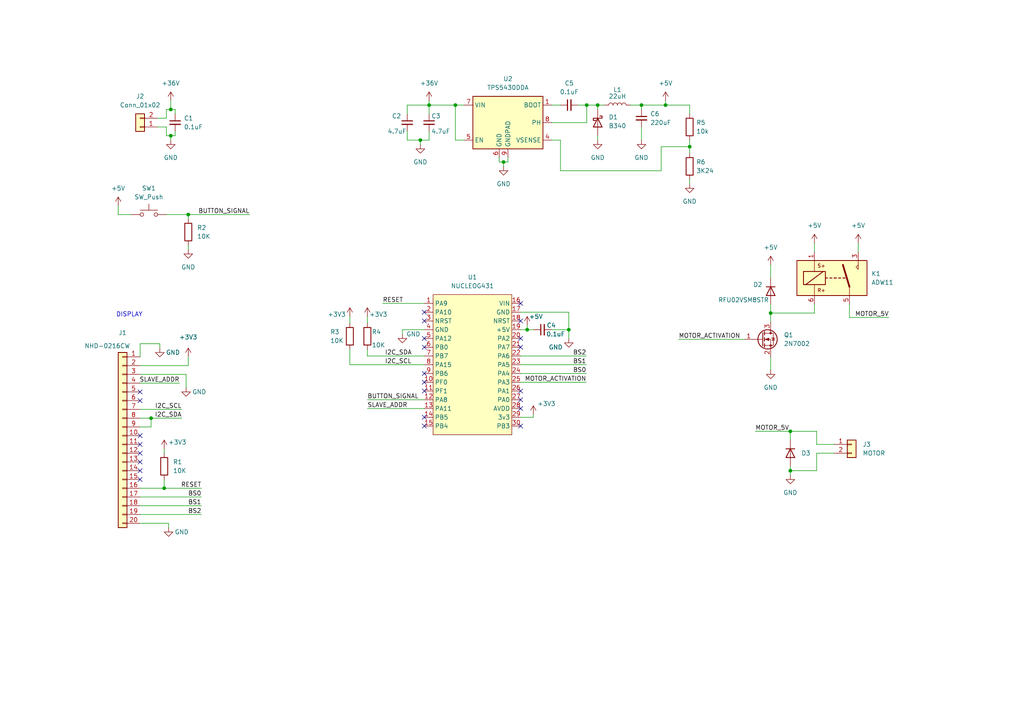
<source format=kicad_sch>
(kicad_sch (version 20211123) (generator eeschema)
  (paper "A4")
  (lib_symbols
    (symbol "Connector_Generic:Conn_01x02" (pin_names (offset 1.016) hide)
      (property "Reference" "J" (at 0 2.54 0))
      (property "Value" "Conn_01x02" (at 0 -5.08 0))
      (symbol "Conn_01x02_1_1"
        (rectangle (start -1.27 -2.413) (end 0 -2.667) (stroke (width 0.1524)))
        (rectangle (start -1.27 0.127) (end 0 -0.127) (stroke (width 0.1524)))
        (rectangle (start -1.27 1.27) (end 1.27 -3.81) (stroke (width 0.254)) (fill (type background)))
        (pin passive line (at -5.08 0 0) (length 3.81) (name "Pin_1") (number "1"))
        (pin passive line (at -5.08 -2.54 0) (length 3.81) (name "Pin_2") (number "2"))
      )
    )
    (symbol "Connector_Generic:Conn_01x20" (pin_names (offset 1.016) hide)
      (property "Reference" "J" (at 0 25.4 0))
      (property "Value" "Conn_01x20" (at 0 -27.94 0))
      (symbol "Conn_01x20_1_1"
        (rectangle (start -1.27 -25.273) (end 0 -25.527) (stroke (width 0.1524)))
        (rectangle (start -1.27 -22.733) (end 0 -22.987) (stroke (width 0.1524)))
        (rectangle (start -1.27 -20.193) (end 0 -20.447) (stroke (width 0.1524)))
        (rectangle (start -1.27 -17.653) (end 0 -17.907) (stroke (width 0.1524)))
        (rectangle (start -1.27 -15.113) (end 0 -15.367) (stroke (width 0.1524)))
        (rectangle (start -1.27 -12.573) (end 0 -12.827) (stroke (width 0.1524)))
        (rectangle (start -1.27 -10.033) (end 0 -10.287) (stroke (width 0.1524)))
        (rectangle (start -1.27 -7.493) (end 0 -7.747) (stroke (width 0.1524)))
        (rectangle (start -1.27 -4.953) (end 0 -5.207) (stroke (width 0.1524)))
        (rectangle (start -1.27 -2.413) (end 0 -2.667) (stroke (width 0.1524)))
        (rectangle (start -1.27 0.127) (end 0 -0.127) (stroke (width 0.1524)))
        (rectangle (start -1.27 2.667) (end 0 2.413) (stroke (width 0.1524)))
        (rectangle (start -1.27 5.207) (end 0 4.953) (stroke (width 0.1524)))
        (rectangle (start -1.27 7.747) (end 0 7.493) (stroke (width 0.1524)))
        (rectangle (start -1.27 10.287) (end 0 10.033) (stroke (width 0.1524)))
        (rectangle (start -1.27 12.827) (end 0 12.573) (stroke (width 0.1524)))
        (rectangle (start -1.27 15.367) (end 0 15.113) (stroke (width 0.1524)))
        (rectangle (start -1.27 17.907) (end 0 17.653) (stroke (width 0.1524)))
        (rectangle (start -1.27 20.447) (end 0 20.193) (stroke (width 0.1524)))
        (rectangle (start -1.27 22.987) (end 0 22.733) (stroke (width 0.1524)))
        (rectangle (start -1.27 24.13) (end 1.27 -26.67) (stroke (width 0.254)) (fill (type background)))
        (pin passive line (at -5.08 22.86 0) (length 3.81) (name "Pin_1") (number "1"))
        (pin passive line (at -5.08 0 0) (length 3.81) (name "Pin_10") (number "10"))
        (pin passive line (at -5.08 -2.54 0) (length 3.81) (name "Pin_11") (number "11"))
        (pin passive line (at -5.08 -5.08 0) (length 3.81) (name "Pin_12") (number "12"))
        (pin passive line (at -5.08 -7.62 0) (length 3.81) (name "Pin_13") (number "13"))
        (pin passive line (at -5.08 -10.16 0) (length 3.81) (name "Pin_14") (number "14"))
        (pin passive line (at -5.08 -12.7 0) (length 3.81) (name "Pin_15") (number "15"))
        (pin passive line (at -5.08 -15.24 0) (length 3.81) (name "Pin_16") (number "16"))
        (pin passive line (at -5.08 -17.78 0) (length 3.81) (name "Pin_17") (number "17"))
        (pin passive line (at -5.08 -20.32 0) (length 3.81) (name "Pin_18") (number "18"))
        (pin passive line (at -5.08 -22.86 0) (length 3.81) (name "Pin_19") (number "19"))
        (pin passive line (at -5.08 20.32 0) (length 3.81) (name "Pin_2") (number "2"))
        (pin passive line (at -5.08 -25.4 0) (length 3.81) (name "Pin_20") (number "20"))
        (pin passive line (at -5.08 17.78 0) (length 3.81) (name "Pin_3") (number "3"))
        (pin passive line (at -5.08 15.24 0) (length 3.81) (name "Pin_4") (number "4"))
        (pin passive line (at -5.08 12.7 0) (length 3.81) (name "Pin_5") (number "5"))
        (pin passive line (at -5.08 10.16 0) (length 3.81) (name "Pin_6") (number "6"))
        (pin passive line (at -5.08 7.62 0) (length 3.81) (name "Pin_7") (number "7"))
        (pin passive line (at -5.08 5.08 0) (length 3.81) (name "Pin_8") (number "8"))
        (pin passive line (at -5.08 2.54 0) (length 3.81) (name "Pin_9") (number "9"))
      )
    )
    (symbol "Device:C_Small" (pin_numbers hide) (pin_names (offset 0.254) hide)
      (property "Reference" "C" (at 0.254 1.778 0))
      (property "Value" "C_Small" (at 0.254 -2.032 0))
      (symbol "C_Small_0_1"
        (polyline (pts (xy -1.524 -0.508) (xy 1.524 -0.508)) (stroke (width 0.3302)))
        (polyline (pts (xy -1.524 0.508) (xy 1.524 0.508)) (stroke (width 0.3048)))
      )
      (symbol "C_Small_1_1"
        (pin passive line (at 0 2.54 270) (length 2.032) (name "~") (number "1"))
        (pin passive line (at 0 -2.54 90) (length 2.032) (name "~") (number "2"))
      )
    )
    (symbol "Device:D" (pin_numbers hide) (pin_names (offset 1.016) hide)
      (property "Reference" "D" (at 0 2.54 0))
      (property "Value" "D" (at 0 -2.54 0))
      (symbol "D_0_1"
        (polyline (pts (xy -1.27 1.27) (xy -1.27 -1.27)) (stroke (width 0.254)))
        (polyline (pts (xy 1.27 0) (xy -1.27 0)))
        (polyline (pts (xy 1.27 1.27) (xy 1.27 -1.27) (xy -1.27 0) (xy 1.27 1.27)) (stroke (width 0.254)))
      )
      (symbol "D_1_1"
        (pin passive line (at -3.81 0 0) (length 2.54) (name "K") (number "1"))
        (pin passive line (at 3.81 0 180) (length 2.54) (name "A") (number "2"))
      )
    )
    (symbol "Device:L" (pin_numbers hide) (pin_names (offset 1.016) hide)
      (property "Reference" "L" (at -1.27 0 90))
      (property "Value" "L" (at 1.905 0 90))
      (symbol "L_0_1"
        (arc (start 0 -2.54) (mid 0.635 -1.905) (end 0 -1.27))
        (arc (start 0 -1.27) (mid 0.635 -0.635) (end 0 0))
        (arc (start 0 0) (mid 0.635 0.635) (end 0 1.27))
        (arc (start 0 1.27) (mid 0.635 1.905) (end 0 2.54))
      )
      (symbol "L_1_1"
        (pin passive line (at 0 3.81 270) (length 1.27) (name "1") (number "1"))
        (pin passive line (at 0 -3.81 90) (length 1.27) (name "2") (number "2"))
      )
    )
    (symbol "Device:R" (pin_numbers hide) (pin_names (offset 0))
      (property "Reference" "R" (at 2.032 0 90))
      (property "Value" "R" (at 0 0 90))
      (symbol "R_0_1"
        (rectangle (start -1.016 -2.54) (end 1.016 2.54) (stroke (width 0.254)))
      )
      (symbol "R_1_1"
        (pin passive line (at 0 3.81 270) (length 1.27) (name "~") (number "1"))
        (pin passive line (at 0 -3.81 90) (length 1.27) (name "~") (number "2"))
      )
    )
    (symbol "Diode:B340" (pin_numbers hide) (pin_names (offset 1.016) hide)
      (property "Reference" "D" (at 0 2.54 0))
      (property "Value" "B340" (at 0 -2.54 0))
      (symbol "B340_0_1"
        (polyline (pts (xy 1.27 0) (xy -1.27 0)))
        (polyline (pts (xy 1.27 1.27) (xy 1.27 -1.27) (xy -1.27 0) (xy 1.27 1.27)) (stroke (width 0.254)))
        (polyline (pts (xy -1.905 0.635) (xy -1.905 1.27) (xy -1.27 1.27) (xy -1.27 -1.27) (xy -0.635 -1.27) (xy -0.635 -0.635)) (stroke (width 0.254)))
      )
      (symbol "B340_1_1"
        (pin passive line (at -3.81 0 0) (length 2.54) (name "K") (number "1"))
        (pin passive line (at 3.81 0 180) (length 2.54) (name "A") (number "2"))
      )
    )
    (symbol "Library:NUCLEOG431"
      (property "Reference" "U" (at 0 1.27 0))
      (property "Value" "NUCLEOG431" (at 10.795 -41.91 0))
      (symbol "NUCLEOG431_0_1"
        (rectangle (start 0 0) (end 22.86 -40.64) (fill (type background)))
      )
      (symbol "NUCLEOG431_1_1"
        (pin bidirectional line (at -2.54 -2.54 0) (length 2.54) (name "PA9") (number "1"))
        (pin bidirectional line (at -2.54 -25.4 0) (length 2.54) (name "PF0") (number "10"))
        (pin bidirectional line (at -2.54 -27.94 0) (length 2.54) (name "PF1") (number "11"))
        (pin bidirectional line (at -2.54 -30.48 0) (length 2.54) (name "PA8") (number "12"))
        (pin bidirectional line (at -2.54 -33.02 0) (length 2.54) (name "PA11") (number "13"))
        (pin bidirectional line (at -2.54 -35.56 0) (length 2.54) (name "PB5") (number "14"))
        (pin bidirectional line (at -2.54 -38.1 0) (length 2.54) (name "PB4") (number "15"))
        (pin power_in line (at 25.4 -2.54 180) (length 2.54) (name "VIN") (number "16"))
        (pin power_in line (at 25.4 -5.08 180) (length 2.54) (name "GND") (number "17"))
        (pin power_in line (at 25.4 -7.62 180) (length 2.54) (name "NRST") (number "18"))
        (pin power_in line (at 25.4 -10.16 180) (length 2.54) (name "+5V") (number "19"))
        (pin bidirectional line (at -2.54 -5.08 0) (length 2.54) (name "PA10") (number "2"))
        (pin bidirectional line (at 25.4 -12.7 180) (length 2.54) (name "PA2") (number "20"))
        (pin bidirectional line (at 25.4 -15.24 180) (length 2.54) (name "PA7") (number "21"))
        (pin bidirectional line (at 25.4 -17.78 180) (length 2.54) (name "PA6") (number "22"))
        (pin bidirectional line (at 25.4 -20.32 180) (length 2.54) (name "PA5") (number "23"))
        (pin bidirectional line (at 25.4 -22.86 180) (length 2.54) (name "PA4") (number "24"))
        (pin bidirectional line (at 25.4 -25.4 180) (length 2.54) (name "PA3") (number "25"))
        (pin bidirectional line (at 25.4 -27.94 180) (length 2.54) (name "PA1") (number "26"))
        (pin bidirectional line (at 25.4 -30.48 180) (length 2.54) (name "PA0") (number "27"))
        (pin power_out line (at 25.4 -33.02 180) (length 2.54) (name "AVDD") (number "28"))
        (pin power_out line (at 25.4 -35.56 180) (length 2.54) (name "3v3") (number "29"))
        (pin input line (at -2.54 -7.62 0) (length 2.54) (name "NRST") (number "3"))
        (pin bidirectional line (at 25.4 -38.1 180) (length 2.54) (name "PB3") (number "30"))
        (pin power_in line (at -2.54 -10.16 0) (length 2.54) (name "GND") (number "4"))
        (pin bidirectional line (at -2.54 -12.7 0) (length 2.54) (name "PA12") (number "5"))
        (pin bidirectional line (at -2.54 -15.24 0) (length 2.54) (name "PB0") (number "6"))
        (pin bidirectional line (at -2.54 -17.78 0) (length 2.54) (name "PB7") (number "7"))
        (pin bidirectional line (at -2.54 -20.32 0) (length 2.54) (name "PA15") (number "8"))
        (pin bidirectional line (at -2.54 -22.86 0) (length 2.54) (name "PB6") (number "9"))
      )
    )
    (symbol "Regulator_Switching:TPS5430DDA"
      (property "Reference" "U" (at -10.16 8.89 0))
      (property "Value" "TPS5430DDA" (at -1.27 8.89 0))
      (symbol "TPS5430DDA_0_1"
        (rectangle (start -10.16 7.62) (end 10.16 -7.62) (stroke (width 0.254)) (fill (type background)))
      )
      (symbol "TPS5430DDA_1_1"
        (pin input line (at 12.7 5.08 180) (length 2.54) (name "BOOT") (number "1"))
        (pin no_connect line (at -10.16 2.54 0) (length 2.54) hide (name "NC") (number "2"))
        (pin no_connect line (at -10.16 -2.54 0) (length 2.54) hide (name "NC") (number "3"))
        (pin input line (at 12.7 -5.08 180) (length 2.54) (name "VSENSE") (number "4"))
        (pin input line (at -12.7 -5.08 0) (length 2.54) (name "EN") (number "5"))
        (pin power_in line (at -2.54 -10.16 90) (length 2.54) (name "GND") (number "6"))
        (pin power_in line (at -12.7 5.08 0) (length 2.54) (name "VIN") (number "7"))
        (pin output line (at 12.7 0 180) (length 2.54) (name "PH") (number "8"))
        (pin power_in line (at 0 -10.16 90) (length 2.54) (name "GNDPAD") (number "9"))
      )
    )
    (symbol "Relay:ADW11"
      (property "Reference" "K" (at 11.43 3.81 0))
      (property "Value" "ADW11" (at 13.97 1.27 0))
      (symbol "ADW11_1_1"
        (rectangle (start -10.16 5.08) (end 10.16 -5.08) (stroke (width 0.254)) (fill (type background)))
        (rectangle (start -8.255 1.905) (end -1.905 -1.905) (stroke (width 0.254)))
        (polyline (pts (xy -7.62 -1.905) (xy -2.54 1.905)) (stroke (width 0.254)))
        (polyline (pts (xy -5.08 -5.08) (xy -5.08 -1.905)))
        (polyline (pts (xy -5.08 5.08) (xy -5.08 1.905)))
        (polyline (pts (xy -1.905 0) (xy -1.27 0)) (stroke (width 0.254)))
        (polyline (pts (xy -0.635 0) (xy 0 0)) (stroke (width 0.254)))
        (polyline (pts (xy 0.635 0) (xy 1.27 0)) (stroke (width 0.254)))
        (polyline (pts (xy 0.635 0) (xy 1.27 0)) (stroke (width 0.254)))
        (polyline (pts (xy 1.905 0) (xy 2.54 0)) (stroke (width 0.254)))
        (polyline (pts (xy 3.175 0) (xy 3.81 0)) (stroke (width 0.254)))
        (polyline (pts (xy 5.08 -2.54) (xy 3.175 3.81)) (stroke (width 0.508)))
        (polyline (pts (xy 5.08 -2.54) (xy 5.08 -5.08)))
        (polyline (pts (xy 7.62 3.81) (xy 7.62 5.08)))
        (polyline (pts (xy 7.62 3.81) (xy 7.62 2.54) (xy 6.985 3.175) (xy 7.62 3.81)))
        (text "R+" (at -3.048 -3.556 0) (effects (font (size 1.016 1.016))))
        (text "S+" (at -3.048 3.556 0) (effects (font (size 1.016 1.016))))
        (pin passive line (at -5.08 7.62 270) (length 2.54) (name "~") (number "1"))
        (pin passive line (at 7.62 7.62 270) (length 2.54) (name "~") (number "3"))
        (pin passive line (at 5.08 -7.62 90) (length 2.54) (name "~") (number "5"))
        (pin passive line (at -5.08 -7.62 90) (length 2.54) (name "~") (number "6"))
      )
    )
    (symbol "Switch:SW_Push" (pin_numbers hide) (pin_names (offset 1.016) hide)
      (property "Reference" "SW" (at 1.27 2.54 0))
      (property "Value" "SW_Push" (at 0 -1.524 0))
      (symbol "SW_Push_0_1"
        (circle (center -2.032 0) (radius 0.508))
        (polyline (pts (xy 0 1.27) (xy 0 3.048)))
        (polyline (pts (xy 2.54 1.27) (xy -2.54 1.27)))
        (circle (center 2.032 0) (radius 0.508))
        (pin passive line (at -5.08 0 0) (length 2.54) (name "1") (number "1"))
        (pin passive line (at 5.08 0 180) (length 2.54) (name "2") (number "2"))
      )
    )
    (symbol "Transistor_FET:2N7002" (pin_names hide)
      (property "Reference" "Q" (at 5.08 1.905 0))
      (property "Value" "2N7002" (at 5.08 0 0))
      (symbol "2N7002_0_1"
        (polyline (pts (xy 0.254 0) (xy -2.54 0)))
        (polyline (pts (xy 0.254 1.905) (xy 0.254 -1.905)) (stroke (width 0.254)))
        (polyline (pts (xy 0.762 -1.27) (xy 0.762 -2.286)) (stroke (width 0.254)))
        (polyline (pts (xy 0.762 0.508) (xy 0.762 -0.508)) (stroke (width 0.254)))
        (polyline (pts (xy 0.762 2.286) (xy 0.762 1.27)) (stroke (width 0.254)))
        (polyline (pts (xy 2.54 2.54) (xy 2.54 1.778)))
        (polyline (pts (xy 2.54 -2.54) (xy 2.54 0) (xy 0.762 0)))
        (polyline (pts (xy 0.762 -1.778) (xy 3.302 -1.778) (xy 3.302 1.778) (xy 0.762 1.778)))
        (polyline (pts (xy 1.016 0) (xy 2.032 0.381) (xy 2.032 -0.381) (xy 1.016 0)) (fill (type outline)))
        (polyline (pts (xy 2.794 0.508) (xy 2.921 0.381) (xy 3.683 0.381) (xy 3.81 0.254)))
        (polyline (pts (xy 3.302 0.381) (xy 2.921 -0.254) (xy 3.683 -0.254) (xy 3.302 0.381)))
        (circle (center 1.651 0) (radius 2.794) (stroke (width 0.254)))
        (circle (center 2.54 -1.778) (radius 0.254) (fill (type outline)))
        (circle (center 2.54 1.778) (radius 0.254) (fill (type outline)))
      )
      (symbol "2N7002_1_1"
        (pin input line (at -5.08 0 0) (length 2.54) (name "G") (number "1"))
        (pin passive line (at 2.54 -5.08 90) (length 2.54) (name "S") (number "2"))
        (pin passive line (at 2.54 5.08 270) (length 2.54) (name "D") (number "3"))
      )
    )
    (symbol "power:+36V" (power) (pin_names (offset 0))
      (property "Value" "+36V" (at 0 3.556 0))
      (symbol "+36V_0_1"
        (polyline (pts (xy -0.762 1.27) (xy 0 2.54)))
        (polyline (pts (xy 0 0) (xy 0 2.54)))
        (polyline (pts (xy 0 2.54) (xy 0.762 1.27)))
      )
      (symbol "+36V_1_1"
        (pin power_in line (at 0 0 90) (length 0) hide (name "+36V") (number "1"))
      )
    )
    (symbol "power:+3V3" (power) (pin_names (offset 0))
      (property "Value" "+3V3" (at 0 3.556 0))
      (symbol "+3V3_0_1"
        (polyline (pts (xy -0.762 1.27) (xy 0 2.54)))
        (polyline (pts (xy 0 0) (xy 0 2.54)))
        (polyline (pts (xy 0 2.54) (xy 0.762 1.27)))
      )
      (symbol "+3V3_1_1"
        (pin power_in line (at 0 0 90) (length 0) hide (name "+3V3") (number "1"))
      )
    )
    (symbol "power:+5V" (power) (pin_names (offset 0))
      (property "Value" "+5V" (at 0 3.556 0))
      (symbol "+5V_0_1"
        (polyline (pts (xy -0.762 1.27) (xy 0 2.54)))
        (polyline (pts (xy 0 0) (xy 0 2.54)))
        (polyline (pts (xy 0 2.54) (xy 0.762 1.27)))
      )
      (symbol "+5V_1_1"
        (pin power_in line (at 0 0 90) (length 0) hide (name "+5V") (number "1"))
      )
    )
    (symbol "power:GND" (power) (pin_names (offset 0))
      (property "Value" "GND" (at 0 -3.81 0))
      (symbol "GND_0_1"
        (polyline (pts (xy 0 0) (xy 0 -1.27) (xy 1.27 -1.27) (xy 0 -2.54) (xy -1.27 -1.27) (xy 0 -1.27)))
      )
      (symbol "GND_1_1"
        (pin power_in line (at 0 0 270) (length 0) hide (name "GND") (number "1"))
      )
    )
  )
  (junction (at 146.05 46.99))
  (junction (at 200.025 42.545))
  (junction (at 47.625 141.605))
  (junction (at 193.04 30.48))
  (junction (at 173.355 30.48))
  (junction (at 54.61 62.23))
  (junction (at 49.53 39.37))
  (junction (at 124.46 30.48))
  (junction (at 43.815 121.285))
  (junction (at 121.92 40.64))
  (junction (at 164.973 95.631))
  (junction (at 229.235 125.095))
  (junction (at 229.235 136.525))
  (junction (at 170.18 30.48))
  (junction (at 223.52 90.805))
  (junction (at 186.055 30.48))
  (junction (at 49.53 31.75))
  (junction (at 152.908 95.631))
  (junction (at 132.08 30.48))
  (no_connect (at 123.063 98.171))
  (no_connect (at 123.063 123.571))
  (no_connect (at 123.063 113.411))
  (no_connect (at 151.003 100.711))
  (no_connect (at 151.003 123.571))
  (no_connect (at 123.063 110.871))
  (no_connect (at 151.003 88.011))
  (no_connect (at 40.64 133.985))
  (no_connect (at 40.64 131.445))
  (no_connect (at 123.063 108.331))
  (no_connect (at 123.063 121.031))
  (no_connect (at 151.003 93.091))
  (no_connect (at 151.003 115.951))
  (no_connect (at 123.063 93.091))
  (no_connect (at 40.64 116.205))
  (no_connect (at 151.003 98.171))
  (no_connect (at 40.64 136.525))
  (no_connect (at 151.003 118.491))
  (no_connect (at 40.64 126.365))
  (no_connect (at 40.64 139.065))
  (no_connect (at 40.64 128.905))
  (no_connect (at 151.003 113.411))
  (no_connect (at 40.64 113.665))
  (no_connect (at 123.063 90.551))
  (no_connect (at 123.063 100.711))
  (wire (pts (xy 151.003 105.791) (xy 170.053 105.791)))
  (wire (pts (xy 46.355 100.965) (xy 46.355 99.695)))
  (wire (pts (xy 40.64 149.225) (xy 58.42 149.225)))
  (wire (pts (xy 162.56 49.53) (xy 162.56 40.64)))
  (wire (pts (xy 223.52 90.805) (xy 223.52 88.265)))
  (wire (pts (xy 160.02 30.48) (xy 162.56 30.48)))
  (wire (pts (xy 54.61 62.23) (xy 54.61 63.5)))
  (wire (pts (xy 200.025 30.48) (xy 200.025 33.02)))
  (wire (pts (xy 229.235 135.255) (xy 229.235 136.525)))
  (wire (pts (xy 46.355 99.695) (xy 40.64 99.695)))
  (wire (pts (xy 101.473 101.346) (xy 101.473 105.791)))
  (wire (pts (xy 151.003 110.871) (xy 170.053 110.871)))
  (wire (pts (xy 106.553 101.346) (xy 106.553 103.251)))
  (wire (pts (xy 193.04 29.21) (xy 193.04 30.48)))
  (wire (pts (xy 236.22 90.805) (xy 223.52 90.805)))
  (wire (pts (xy 191.77 49.53) (xy 162.56 49.53)))
  (wire (pts (xy 121.92 40.64) (xy 124.46 40.64)))
  (wire (pts (xy 43.815 123.825) (xy 43.815 121.285)))
  (wire (pts (xy 34.29 62.23) (xy 38.1 62.23)))
  (wire (pts (xy 124.46 30.48) (xy 118.11 30.48)))
  (wire (pts (xy 241.935 131.445) (xy 236.855 131.445)))
  (wire (pts (xy 170.18 35.56) (xy 170.18 30.48)))
  (wire (pts (xy 101.473 105.791) (xy 123.063 105.791)))
  (wire (pts (xy 101.473 91.821) (xy 101.473 93.726)))
  (wire (pts (xy 162.56 40.64) (xy 160.02 40.64)))
  (wire (pts (xy 47.625 141.605) (xy 58.42 141.605)))
  (wire (pts (xy 48.26 62.23) (xy 54.61 62.23)))
  (wire (pts (xy 40.64 99.695) (xy 40.64 103.505)))
  (wire (pts (xy 236.22 88.265) (xy 236.22 90.805)))
  (wire (pts (xy 154.686 121.031) (xy 154.686 120.269)))
  (wire (pts (xy 164.973 95.631) (xy 164.973 98.171)))
  (wire (pts (xy 45.72 36.83) (xy 48.26 36.83)))
  (wire (pts (xy 48.26 34.29) (xy 48.26 31.75)))
  (wire (pts (xy 170.18 30.48) (xy 167.64 30.48)))
  (wire (pts (xy 236.855 131.445) (xy 236.855 136.525)))
  (wire (pts (xy 193.04 30.48) (xy 200.025 30.48)))
  (wire (pts (xy 106.553 103.251) (xy 123.063 103.251)))
  (wire (pts (xy 49.53 39.37) (xy 50.8 39.37)))
  (wire (pts (xy 146.05 46.99) (xy 147.32 46.99)))
  (wire (pts (xy 246.38 92.075) (xy 257.81 92.075)))
  (wire (pts (xy 45.72 34.29) (xy 48.26 34.29)))
  (wire (pts (xy 186.055 30.48) (xy 186.055 31.75)))
  (wire (pts (xy 132.08 30.48) (xy 134.62 30.48)))
  (wire (pts (xy 124.46 40.64) (xy 124.46 38.1)))
  (wire (pts (xy 182.88 30.48) (xy 186.055 30.48)))
  (wire (pts (xy 164.973 90.551) (xy 164.973 95.631)))
  (wire (pts (xy 132.08 30.48) (xy 124.46 30.48)))
  (wire (pts (xy 118.11 38.1) (xy 118.11 40.64)))
  (wire (pts (xy 40.64 151.765) (xy 48.895 151.765)))
  (wire (pts (xy 200.025 52.07) (xy 200.025 53.34)))
  (wire (pts (xy 200.025 42.545) (xy 191.77 42.545)))
  (wire (pts (xy 196.85 98.425) (xy 215.9 98.425)))
  (wire (pts (xy 241.935 128.905) (xy 236.855 128.905)))
  (wire (pts (xy 200.025 40.64) (xy 200.025 42.545)))
  (wire (pts (xy 106.553 91.821) (xy 106.553 93.726)))
  (wire (pts (xy 49.53 31.75) (xy 50.8 31.75)))
  (wire (pts (xy 34.29 59.69) (xy 34.29 62.23)))
  (wire (pts (xy 132.08 40.64) (xy 132.08 30.48)))
  (wire (pts (xy 151.003 103.251) (xy 170.053 103.251)))
  (wire (pts (xy 50.8 38.1) (xy 50.8 39.37)))
  (wire (pts (xy 170.18 30.48) (xy 173.355 30.48)))
  (wire (pts (xy 106.553 115.951) (xy 123.063 115.951)))
  (wire (pts (xy 118.11 40.64) (xy 121.92 40.64)))
  (wire (pts (xy 121.92 40.64) (xy 121.92 41.91)))
  (wire (pts (xy 40.64 111.125) (xy 52.07 111.125)))
  (wire (pts (xy 40.64 108.585) (xy 53.975 108.585)))
  (wire (pts (xy 49.53 29.21) (xy 49.53 31.75)))
  (wire (pts (xy 152.908 94.361) (xy 152.908 95.631)))
  (wire (pts (xy 134.62 40.64) (xy 132.08 40.64)))
  (wire (pts (xy 147.32 45.72) (xy 147.32 46.99)))
  (wire (pts (xy 123.063 95.631) (xy 116.713 95.631)))
  (wire (pts (xy 50.8 31.75) (xy 50.8 33.02)))
  (wire (pts (xy 116.713 95.631) (xy 116.713 96.901)))
  (wire (pts (xy 151.003 108.331) (xy 170.053 108.331)))
  (wire (pts (xy 236.855 128.905) (xy 236.855 125.095)))
  (wire (pts (xy 40.64 121.285) (xy 43.815 121.285)))
  (wire (pts (xy 40.64 146.685) (xy 58.42 146.685)))
  (wire (pts (xy 144.78 45.72) (xy 144.78 46.99)))
  (wire (pts (xy 48.895 151.765) (xy 48.895 153.035)))
  (wire (pts (xy 186.055 30.48) (xy 193.04 30.48)))
  (wire (pts (xy 191.77 42.545) (xy 191.77 49.53)))
  (wire (pts (xy 53.975 108.585) (xy 53.975 112.395)))
  (wire (pts (xy 54.61 71.12) (xy 54.61 72.39)))
  (wire (pts (xy 48.26 36.83) (xy 48.26 39.37)))
  (wire (pts (xy 229.235 125.095) (xy 236.855 125.095)))
  (wire (pts (xy 48.26 39.37) (xy 49.53 39.37)))
  (wire (pts (xy 159.893 95.631) (xy 164.973 95.631)))
  (wire (pts (xy 40.64 118.745) (xy 52.705 118.745)))
  (wire (pts (xy 200.025 42.545) (xy 200.025 44.45)))
  (wire (pts (xy 54.61 62.23) (xy 72.39 62.23)))
  (wire (pts (xy 40.64 141.605) (xy 47.625 141.605)))
  (wire (pts (xy 219.075 125.095) (xy 229.235 125.095)))
  (wire (pts (xy 40.64 123.825) (xy 43.815 123.825)))
  (wire (pts (xy 146.05 46.99) (xy 146.05 48.26)))
  (wire (pts (xy 151.003 90.551) (xy 164.973 90.551)))
  (wire (pts (xy 152.908 95.631) (xy 154.813 95.631)))
  (wire (pts (xy 49.53 39.37) (xy 49.53 40.64)))
  (wire (pts (xy 160.02 35.56) (xy 170.18 35.56)))
  (wire (pts (xy 151.003 95.631) (xy 152.908 95.631)))
  (wire (pts (xy 229.235 136.525) (xy 229.235 137.795)))
  (wire (pts (xy 151.003 121.031) (xy 154.686 121.031)))
  (wire (pts (xy 40.64 106.045) (xy 54.61 106.045)))
  (wire (pts (xy 118.11 30.48) (xy 118.11 33.02)))
  (wire (pts (xy 40.64 144.145) (xy 58.42 144.145)))
  (wire (pts (xy 248.92 70.485) (xy 248.92 73.025)))
  (wire (pts (xy 47.625 130.175) (xy 47.625 131.445)))
  (wire (pts (xy 106.553 118.491) (xy 123.063 118.491)))
  (wire (pts (xy 48.26 31.75) (xy 49.53 31.75)))
  (wire (pts (xy 223.52 90.805) (xy 223.52 93.345)))
  (wire (pts (xy 173.355 30.48) (xy 175.26 30.48)))
  (wire (pts (xy 229.235 136.525) (xy 236.855 136.525)))
  (wire (pts (xy 173.355 39.37) (xy 173.355 40.64)))
  (wire (pts (xy 54.61 103.505) (xy 54.61 106.045)))
  (wire (pts (xy 223.52 103.505) (xy 223.52 107.315)))
  (wire (pts (xy 110.998 88.011) (xy 123.063 88.011)))
  (wire (pts (xy 173.355 30.48) (xy 173.355 31.75)))
  (wire (pts (xy 124.46 30.48) (xy 124.46 33.02)))
  (wire (pts (xy 186.055 36.83) (xy 186.055 40.64)))
  (wire (pts (xy 236.22 70.485) (xy 236.22 73.025)))
  (wire (pts (xy 229.235 125.095) (xy 229.235 127.635)))
  (wire (pts (xy 223.52 76.835) (xy 223.52 80.645)))
  (wire (pts (xy 246.38 88.265) (xy 246.38 92.075)))
  (wire (pts (xy 124.46 29.21) (xy 124.46 30.48)))
  (wire (pts (xy 47.625 141.605) (xy 47.625 139.065)))
  (wire (pts (xy 43.815 121.285) (xy 52.705 121.285)))
  (wire (pts (xy 144.78 46.99) (xy 146.05 46.99)))
  (text "DISPLAY" (at 33.655 92.075 0) (effects (font (size 1.27 1.27)) (justify left bottom)))
  (label "BUTTON_SIGNAL" (at 72.39 62.23 180))
  (label "BS1" (at 58.42 146.685 180))
  (label "BS2" (at 170.053 103.251 180))
  (label "MOTOR_ACTIVATION" (at 170.053 110.871 180))
  (label "I2C_SCL" (at 52.705 118.745 180))
  (label "MOTOR_5V" (at 219.075 125.095 0))
  (label "MOTOR_5V" (at 257.81 92.075 180))
  (label "BS0" (at 170.053 108.331 180))
  (label "SLAVE_ADDR" (at 52.07 111.125 180))
  (label "SLAVE_ADDR" (at 106.553 118.491 0))
  (label "RESET" (at 110.998 88.011 0))
  (label "BS1" (at 170.053 105.791 180))
  (label "BUTTON_SIGNAL" (at 106.553 115.951 0))
  (label "BS0" (at 58.42 144.145 180))
  (label "RESET" (at 58.42 141.605 180))
  (label "I2C_SDA" (at 111.633 103.251 0))
  (label "BS2" (at 58.42 149.225 180))
  (label "I2C_SDA" (at 52.705 121.285 180))
  (label "MOTOR_ACTIVATION" (at 196.85 98.425 0))
  (label "I2C_SCL" (at 111.633 105.791 0))
  (symbol (lib_id "Connector_Generic:Conn_01x02") (at 40.64 36.83 180) (unit 1)
    (property "Reference" "J2" (at 40.64 27.94 0))
    (property "Value" "Conn_01x02" (at 40.64 30.48 0))
    (property "Footprint" "Connector_PinSocket_2.54mm:PinSocket_1x02_P2.54mm_Vertical" (effects hide))
  )
  (symbol (lib_id "power:+3V3") (at 54.61 103.505 0) (unit 1)
    (property "Reference" "#PWR09" (effects hide))
    (property "Value" "+3V3" (at 54.61 97.79 0))
  )
  (symbol (lib_id "power:+5V") (at 152.908 94.361 0) (unit 1)
    (property "Reference" "#PWR016" (effects hide))
    (property "Value" "+5V" (at 155.448 91.821 0))
  )
  (symbol (lib_id "power:GND") (at 229.235 137.795 0) (unit 1)
    (property "Reference" "#PWR025" (effects hide))
    (property "Value" "GND" (at 229.235 142.875 0))
  )
  (symbol (lib_id "Device:R") (at 106.553 97.536 0) (unit 1)
    (property "Reference" "R4" (at 107.823 96.266 0) (effects (justify left)))
    (property "Value" "10K" (at 107.823 100.076 0) (effects (justify left)))
    (property "Footprint" "Resistor_SMD:R_0805_2012Metric_Pad1.20x1.40mm_HandSolder" (effects hide))
  )
  (symbol (lib_id "Regulator_Switching:TPS5430DDA") (at 147.32 35.56 0) (unit 1)
    (property "Reference" "U2" (at 147.32 22.86 0))
    (property "Value" "TPS5430DDA" (at 147.32 25.4 0))
    (property "Footprint" "Package_SO:TI_SO-PowerPAD-8_ThermalVias" (effects hide))
    (property "Datasheet" "http://www.ti.com/lit/ds/symlink/tps5430.pdf" (effects hide))
  )
  (symbol (lib_id "power:GND") (at 186.055 40.64 0) (unit 1)
    (property "Reference" "#PWR020" (effects hide))
    (property "Value" "GND" (at 186.055 45.72 0))
  )
  (symbol (lib_id "Device:C_Small") (at 124.46 35.56 0) (unit 1)
    (property "Reference" "C3" (at 125.095 33.655 0) (effects (justify left)))
    (property "Value" "4.7uF" (at 125.095 38.1 0) (effects (justify left)))
    (property "Footprint" "Capacitor_SMD:C_1206_3216Metric_Pad1.33x1.80mm_HandSolder" (effects hide))
  )
  (symbol (lib_id "power:GND") (at 146.05 48.26 0) (unit 1)
    (property "Reference" "#PWR015" (effects hide))
    (property "Value" "GND" (at 146.05 53.34 0))
  )
  (symbol (lib_id "power:+3V3") (at 154.686 120.269 0) (unit 1)
    (property "Reference" "#PWR017" (effects hide))
    (property "Value" "+3V3" (at 158.496 117.094 0))
  )
  (symbol (lib_id "power:+5V") (at 248.92 70.485 0) (unit 1)
    (property "Reference" "#PWR027" (effects hide))
    (property "Value" "+5V" (at 248.92 65.405 0))
  )
  (symbol (lib_id "Diode:B340") (at 173.355 35.56 270) (unit 1)
    (property "Reference" "D1" (at 176.53 33.9724 90) (effects (justify left)))
    (property "Value" "B340" (at 176.53 36.5124 90) (effects (justify left)))
    (property "Footprint" "Diode_SMD:D_SMC" (effects hide))
    (property "Datasheet" "http://www.jameco.com/Jameco/Products/ProdDS/1538777.pdf" (effects hide))
  )
  (symbol (lib_id "Device:D") (at 229.235 131.445 270) (unit 1)
    (property "Reference" "D3" (at 232.41 131.4449 90) (effects (justify left)))
    (property "Value" "RB168VYM150FHTR" (effects hide))
    (property "Footprint" "Diode_SMD:D_TUMD2" (effects hide))
  )
  (symbol (lib_id "Relay:ADW11") (at 241.3 80.645 0) (unit 1)
    (property "Reference" "K1" (at 252.73 79.3749 0) (effects (justify left)))
    (property "Value" "ADW11" (at 252.73 81.9149 0) (effects (justify left)))
    (property "Footprint" "Relay_THT:Relay_1P1T_NO_10x24x18.8mm_Panasonic_ADW11xxxxW_THT" (effects hide))
    (property "Datasheet" "https://www.panasonic-electric-works.com/pew/es/downloads/ds_dw_hl_en.pdf" (effects hide))
  )
  (symbol (lib_id "Device:R") (at 200.025 48.26 0) (unit 1)
    (property "Reference" "R6" (at 201.93 46.9899 0) (effects (justify left)))
    (property "Value" "3K24" (at 201.93 49.5299 0) (effects (justify left)))
    (property "Footprint" "Resistor_SMD:R_0805_2012Metric_Pad1.20x1.40mm_HandSolder" (effects hide))
  )
  (symbol (lib_id "Connector_Generic:Conn_01x20") (at 35.56 126.365 0) (mirror y) (unit 1)
    (property "Reference" "J1" (at 35.56 96.52 0))
    (property "Value" "NHD-0216CW" (at 31.115 100.33 0))
    (property "Footprint" "Library:NHD-0216CW-AB3" (effects hide))
  )
  (symbol (lib_id "Device:C_Small") (at 157.353 95.631 90) (unit 1)
    (property "Reference" "C4" (at 159.893 94.361 90))
    (property "Value" "0.1uF" (at 161.163 96.901 90))
    (property "Footprint" "Capacitor_SMD:C_0603_1608Metric_Pad1.08x0.95mm_HandSolder" (effects hide))
  )
  (symbol (lib_id "power:GND") (at 223.52 107.315 0) (unit 1)
    (property "Reference" "#PWR024" (effects hide))
    (property "Value" "GND" (at 223.52 112.395 0))
  )
  (symbol (lib_id "power:+5V") (at 236.22 70.485 0) (unit 1)
    (property "Reference" "#PWR026" (effects hide))
    (property "Value" "+5V" (at 236.22 65.405 0))
  )
  (symbol (lib_id "power:+3V3") (at 47.625 130.175 0) (unit 1)
    (property "Reference" "#PWR03" (effects hide))
    (property "Value" "+3V3" (at 51.435 128.27 0))
  )
  (symbol (lib_id "power:GND") (at 121.92 41.91 0) (unit 1)
    (property "Reference" "#PWR013" (effects hide))
    (property "Value" "GND" (at 121.92 46.99 0))
  )
  (symbol (lib_id "Connector_Generic:Conn_01x02") (at 247.015 128.905 0) (unit 1)
    (property "Reference" "J3" (at 250.19 128.9049 0) (effects (justify left)))
    (property "Value" "MOTOR" (at 250.19 131.4449 0) (effects (justify left)))
    (property "Footprint" "Connector_PinSocket_2.54mm:PinSocket_1x02_P2.54mm_Vertical" (effects hide))
  )
  (symbol (lib_id "power:GND") (at 46.355 100.965 0) (unit 1)
    (property "Reference" "#PWR02" (effects hide))
    (property "Value" "GND" (at 50.165 102.235 0))
  )
  (symbol (lib_id "power:GND") (at 164.973 98.171 0) (unit 1)
    (property "Reference" "#PWR018" (effects hide))
    (property "Value" "GND" (at 161.163 100.711 0))
  )
  (symbol (lib_id "power:GND") (at 54.61 72.39 0) (unit 1)
    (property "Reference" "#PWR08" (effects hide))
    (property "Value" "GND" (at 54.61 77.47 0))
  )
  (symbol (lib_id "power:+3V3") (at 101.473 91.821 0) (unit 1)
    (property "Reference" "#PWR010" (effects hide))
    (property "Value" "+3V3" (at 97.663 91.186 0))
  )
  (symbol (lib_id "Switch:SW_Push") (at 43.18 62.23 0) (unit 1)
    (property "Reference" "SW1" (at 43.18 54.61 0))
    (property "Value" "SW_Push" (at 43.18 57.15 0))
    (property "Footprint" "Button_Switch_THT:SW_PUSH_6mm" (effects hide))
  )
  (symbol (lib_id "power:GND") (at 48.895 153.035 0) (unit 1)
    (property "Reference" "#PWR04" (effects hide))
    (property "Value" "GND" (at 52.705 154.305 0))
  )
  (symbol (lib_id "power:+3V3") (at 106.553 91.821 0) (unit 1)
    (property "Reference" "#PWR011" (effects hide))
    (property "Value" "+3V3" (at 109.728 91.186 0))
  )
  (symbol (lib_id "Device:R") (at 54.61 67.31 0) (unit 1)
    (property "Reference" "R2" (at 57.15 66.0399 0) (effects (justify left)))
    (property "Value" "10K" (at 57.15 68.5799 0) (effects (justify left)))
    (property "Footprint" "Resistor_SMD:R_0805_2012Metric_Pad1.20x1.40mm_HandSolder" (effects hide))
  )
  (symbol (lib_id "power:+36V") (at 49.53 29.21 0) (unit 1)
    (property "Reference" "#PWR05" (effects hide))
    (property "Value" "+36V" (at 49.53 24.13 0))
  )
  (symbol (lib_id "Device:R") (at 200.025 36.83 0) (unit 1)
    (property "Reference" "R5" (at 201.93 35.5599 0) (effects (justify left)))
    (property "Value" "10k" (at 201.93 38.0999 0) (effects (justify left)))
    (property "Footprint" "Resistor_SMD:R_0805_2012Metric_Pad1.20x1.40mm_HandSolder" (effects hide))
  )
  (symbol (lib_id "Device:R") (at 47.625 135.255 0) (unit 1)
    (property "Reference" "R1" (at 50.165 133.9849 0) (effects (justify left)))
    (property "Value" "10K" (at 50.165 136.5249 0) (effects (justify left)))
    (property "Footprint" "Resistor_SMD:R_0805_2012Metric_Pad1.20x1.40mm_HandSolder" (effects hide))
  )
  (symbol (lib_id "Device:R") (at 101.473 97.536 0) (unit 1)
    (property "Reference" "R3" (at 95.758 96.266 0) (effects (justify left)))
    (property "Value" "10K" (at 95.758 98.806 0) (effects (justify left)))
    (property "Footprint" "Resistor_SMD:R_0805_2012Metric_Pad1.20x1.40mm_HandSolder" (effects hide))
  )
  (symbol (lib_id "Device:L") (at 179.07 30.48 90) (unit 1)
    (property "Reference" "L1" (at 179.07 26.035 90))
    (property "Value" "22uH" (at 179.07 27.94 90))
    (property "Footprint" "Library:SRR1208-220ML" (effects hide))
  )
  (symbol (lib_id "power:GND") (at 49.53 40.64 0) (unit 1)
    (property "Reference" "#PWR06" (effects hide))
    (property "Value" "GND" (at 49.53 45.72 0))
  )
  (symbol (lib_id "Device:D") (at 223.52 84.455 270) (unit 1)
    (property "Reference" "D2" (at 218.44 82.55 90) (effects (justify left)))
    (property "Value" "RFU02VSM8STR" (at 208.28 86.995 90) (effects (justify left)))
    (property "Footprint" "Diode_SMD:D_TUMD2" (effects hide))
  )
  (symbol (lib_id "power:GND") (at 116.713 96.901 0) (unit 1)
    (property "Reference" "#PWR012" (effects hide))
    (property "Value" "GND" (at 119.888 96.901 0))
  )
  (symbol (lib_id "Device:C_Small") (at 118.11 35.56 0) (unit 1)
    (property "Reference" "C2" (at 113.665 33.655 0) (effects (justify left)))
    (property "Value" "4.7uF" (at 112.395 38.1 0) (effects (justify left)))
    (property "Footprint" "Capacitor_SMD:C_1206_3216Metric_Pad1.33x1.80mm_HandSolder" (effects hide))
  )
  (symbol (lib_id "power:+5V") (at 34.29 59.69 0) (unit 1)
    (property "Reference" "#PWR01" (effects hide))
    (property "Value" "+5V" (at 34.29 54.61 0))
  )
  (symbol (lib_id "Device:C_Small") (at 50.8 35.56 0) (unit 1)
    (property "Reference" "C1" (at 53.34 34.2962 0) (effects (justify left)))
    (property "Value" "0.1uF" (at 53.34 36.8362 0) (effects (justify left)))
    (property "Footprint" "Capacitor_SMD:C_0603_1608Metric_Pad1.08x0.95mm_HandSolder" (effects hide))
  )
  (symbol (lib_id "power:GND") (at 53.975 112.395 0) (unit 1)
    (property "Reference" "#PWR07" (effects hide))
    (property "Value" "GND" (at 57.785 113.665 0))
  )
  (symbol (lib_id "Device:C_Small") (at 165.1 30.48 90) (unit 1)
    (property "Reference" "C5" (at 165.1063 24.13 90))
    (property "Value" "0.1uF" (at 165.1063 26.67 90))
    (property "Footprint" "Capacitor_SMD:C_0603_1608Metric_Pad1.08x0.95mm_HandSolder" (effects hide))
  )
  (symbol (lib_id "power:+5V") (at 193.04 29.21 0) (unit 1)
    (property "Reference" "#PWR021" (effects hide))
    (property "Value" "+5V" (at 193.04 24.13 0))
  )
  (symbol (lib_id "Transistor_FET:2N7002") (at 220.98 98.425 0) (unit 1)
    (property "Reference" "Q1" (at 227.33 97.1549 0) (effects (justify left)))
    (property "Value" "2N7002" (at 227.33 99.6949 0) (effects (justify left)))
    (property "Footprint" "Package_TO_SOT_SMD:SOT-23" (effects hide))
    (property "Datasheet" "https://www.onsemi.com/pub/Collateral/NDS7002A-D.PDF" (effects hide))
  )
  (symbol (lib_id "Library:NUCLEOG431") (at 125.603 85.471 0) (unit 1)
    (property "Reference" "U1" (at 137.033 80.391 0))
    (property "Value" "NUCLEOG431" (at 137.033 82.931 0))
    (property "Footprint" "Library:Nucleog4" (effects hide))
  )
  (symbol (lib_id "power:+36V") (at 124.46 29.21 0) (unit 1)
    (property "Reference" "#PWR014" (effects hide))
    (property "Value" "+36V" (at 124.46 24.13 0))
  )
  (symbol (lib_id "power:+5V") (at 223.52 76.835 0) (unit 1)
    (property "Reference" "#PWR023" (effects hide))
    (property "Value" "+5V" (at 223.52 71.755 0))
  )
  (symbol (lib_id "power:GND") (at 173.355 40.64 0) (unit 1)
    (property "Reference" "#PWR019" (effects hide))
    (property "Value" "GND" (at 173.355 45.72 0))
  )
  (symbol (lib_id "Device:C_Small") (at 186.055 34.29 0) (unit 1)
    (property "Reference" "C6" (at 188.595 33.0262 0) (effects (justify left)))
    (property "Value" "220uF" (at 188.595 35.5662 0) (effects (justify left)))
    (property "Footprint" "Capacitor_SMD:CP_Elec_8x6.9" (effects hide))
  )
  (symbol (lib_id "power:GND") (at 200.025 53.34 0) (unit 1)
    (property "Reference" "#PWR022" (effects hide))
    (property "Value" "GND" (at 200.025 58.42 0))
  )
)
</source>
